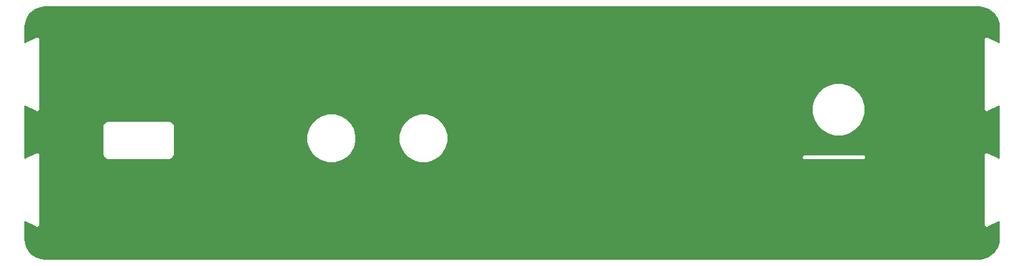
<source format=gbr>
G04 EAGLE Gerber RS-274X export*
G75*
%MOMM*%
%FSLAX34Y34*%
%LPD*%
%INTop Copper*%
%IPPOS*%
%AMOC8*
5,1,8,0,0,1.08239X$1,22.5*%
G01*
%ADD10C,4.316000*%

G36*
X1300022Y2543D02*
X1300022Y2543D01*
X1300100Y2545D01*
X1304197Y2867D01*
X1304264Y2881D01*
X1304333Y2885D01*
X1304489Y2925D01*
X1312282Y5457D01*
X1312390Y5508D01*
X1312500Y5551D01*
X1312551Y5584D01*
X1312570Y5593D01*
X1312586Y5606D01*
X1312636Y5638D01*
X1319265Y10454D01*
X1319352Y10535D01*
X1319443Y10611D01*
X1319482Y10658D01*
X1319497Y10672D01*
X1319508Y10689D01*
X1319546Y10735D01*
X1324362Y17364D01*
X1324420Y17468D01*
X1324483Y17568D01*
X1324506Y17625D01*
X1324516Y17643D01*
X1324521Y17662D01*
X1324543Y17718D01*
X1327075Y25511D01*
X1327088Y25579D01*
X1327110Y25644D01*
X1327133Y25803D01*
X1327455Y29900D01*
X1327454Y29922D01*
X1327459Y30000D01*
X1327459Y53835D01*
X1327447Y53929D01*
X1327445Y54024D01*
X1327428Y54086D01*
X1327419Y54151D01*
X1327385Y54239D01*
X1327359Y54330D01*
X1327326Y54386D01*
X1327302Y54447D01*
X1327247Y54523D01*
X1327199Y54605D01*
X1327154Y54651D01*
X1327116Y54704D01*
X1327043Y54764D01*
X1326976Y54832D01*
X1326921Y54865D01*
X1326871Y54907D01*
X1326785Y54947D01*
X1326704Y54996D01*
X1326642Y55015D01*
X1326583Y55042D01*
X1326490Y55060D01*
X1326399Y55087D01*
X1326334Y55090D01*
X1326271Y55102D01*
X1326176Y55096D01*
X1326082Y55100D01*
X1326018Y55086D01*
X1325953Y55082D01*
X1325863Y55053D01*
X1325771Y55033D01*
X1325668Y54990D01*
X1325651Y54984D01*
X1325642Y54979D01*
X1325622Y54971D01*
X1311689Y48004D01*
X1311587Y47935D01*
X1311480Y47873D01*
X1311441Y47838D01*
X1311425Y47827D01*
X1311411Y47811D01*
X1311359Y47766D01*
X1311052Y47459D01*
X1310899Y47459D01*
X1310845Y47452D01*
X1310791Y47455D01*
X1310688Y47433D01*
X1310584Y47419D01*
X1310533Y47399D01*
X1310480Y47388D01*
X1310332Y47325D01*
X1310195Y47257D01*
X1309783Y47394D01*
X1309662Y47418D01*
X1309542Y47449D01*
X1309490Y47452D01*
X1309471Y47456D01*
X1309450Y47455D01*
X1309382Y47459D01*
X1308948Y47459D01*
X1308839Y47567D01*
X1308796Y47601D01*
X1308759Y47641D01*
X1308671Y47698D01*
X1308588Y47762D01*
X1308538Y47784D01*
X1308492Y47814D01*
X1308343Y47874D01*
X1308198Y47922D01*
X1308004Y48311D01*
X1307935Y48413D01*
X1307873Y48520D01*
X1307838Y48559D01*
X1307827Y48575D01*
X1307811Y48589D01*
X1307766Y48641D01*
X1307459Y48948D01*
X1307459Y49101D01*
X1307452Y49155D01*
X1307455Y49209D01*
X1307433Y49312D01*
X1307419Y49416D01*
X1307399Y49467D01*
X1307388Y49520D01*
X1307325Y49668D01*
X1307257Y49805D01*
X1307394Y50217D01*
X1307418Y50338D01*
X1307449Y50458D01*
X1307452Y50510D01*
X1307456Y50529D01*
X1307455Y50550D01*
X1307459Y50618D01*
X1307459Y144382D01*
X1307444Y144504D01*
X1307435Y144627D01*
X1307422Y144678D01*
X1307419Y144697D01*
X1307412Y144717D01*
X1307394Y144783D01*
X1307257Y145195D01*
X1307325Y145332D01*
X1307343Y145383D01*
X1307370Y145431D01*
X1307396Y145533D01*
X1307431Y145632D01*
X1307435Y145686D01*
X1307449Y145739D01*
X1307459Y145899D01*
X1307459Y146052D01*
X1307766Y146359D01*
X1307842Y146457D01*
X1307923Y146550D01*
X1307949Y146596D01*
X1307961Y146611D01*
X1307970Y146630D01*
X1308004Y146689D01*
X1308198Y147078D01*
X1308343Y147126D01*
X1308392Y147149D01*
X1308445Y147165D01*
X1308535Y147218D01*
X1308630Y147263D01*
X1308672Y147299D01*
X1308719Y147326D01*
X1308839Y147433D01*
X1308948Y147541D01*
X1309382Y147541D01*
X1309504Y147556D01*
X1309627Y147565D01*
X1309678Y147578D01*
X1309697Y147581D01*
X1309717Y147588D01*
X1309783Y147606D01*
X1310195Y147743D01*
X1310332Y147675D01*
X1310383Y147657D01*
X1310431Y147630D01*
X1310533Y147604D01*
X1310632Y147569D01*
X1310686Y147565D01*
X1310739Y147551D01*
X1310899Y147541D01*
X1311052Y147541D01*
X1311359Y147234D01*
X1311457Y147158D01*
X1311550Y147077D01*
X1311596Y147051D01*
X1311611Y147039D01*
X1311630Y147030D01*
X1311689Y146996D01*
X1325622Y140029D01*
X1325712Y139998D01*
X1325797Y139958D01*
X1325861Y139946D01*
X1325922Y139924D01*
X1326017Y139916D01*
X1326110Y139898D01*
X1326174Y139902D01*
X1326239Y139896D01*
X1326333Y139912D01*
X1326427Y139918D01*
X1326489Y139938D01*
X1326553Y139948D01*
X1326640Y139987D01*
X1326729Y140016D01*
X1326784Y140051D01*
X1326844Y140077D01*
X1326918Y140135D01*
X1326998Y140186D01*
X1327043Y140233D01*
X1327094Y140274D01*
X1327151Y140349D01*
X1327216Y140418D01*
X1327247Y140474D01*
X1327287Y140526D01*
X1327324Y140613D01*
X1327370Y140696D01*
X1327386Y140759D01*
X1327411Y140819D01*
X1327425Y140913D01*
X1327449Y141004D01*
X1327456Y141115D01*
X1327459Y141133D01*
X1327458Y141143D01*
X1327459Y141165D01*
X1327459Y211335D01*
X1327447Y211429D01*
X1327445Y211524D01*
X1327428Y211586D01*
X1327419Y211651D01*
X1327385Y211739D01*
X1327359Y211830D01*
X1327326Y211886D01*
X1327302Y211947D01*
X1327247Y212023D01*
X1327199Y212105D01*
X1327154Y212151D01*
X1327116Y212204D01*
X1327043Y212264D01*
X1326976Y212332D01*
X1326921Y212365D01*
X1326871Y212407D01*
X1326785Y212447D01*
X1326704Y212496D01*
X1326642Y212515D01*
X1326583Y212542D01*
X1326490Y212560D01*
X1326399Y212587D01*
X1326334Y212590D01*
X1326271Y212602D01*
X1326176Y212596D01*
X1326082Y212600D01*
X1326018Y212586D01*
X1325953Y212582D01*
X1325863Y212553D01*
X1325771Y212533D01*
X1325668Y212490D01*
X1325651Y212484D01*
X1325642Y212479D01*
X1325622Y212471D01*
X1311689Y205504D01*
X1311630Y205465D01*
X1311628Y205464D01*
X1311619Y205457D01*
X1311587Y205435D01*
X1311480Y205373D01*
X1311441Y205338D01*
X1311425Y205327D01*
X1311411Y205311D01*
X1311374Y205279D01*
X1311371Y205277D01*
X1311370Y205275D01*
X1311359Y205266D01*
X1311052Y204959D01*
X1310899Y204959D01*
X1310845Y204952D01*
X1310791Y204955D01*
X1310688Y204933D01*
X1310584Y204919D01*
X1310533Y204899D01*
X1310480Y204888D01*
X1310332Y204825D01*
X1310195Y204757D01*
X1309783Y204894D01*
X1309662Y204918D01*
X1309542Y204949D01*
X1309490Y204952D01*
X1309471Y204956D01*
X1309450Y204955D01*
X1309382Y204959D01*
X1308948Y204959D01*
X1308839Y205067D01*
X1308796Y205101D01*
X1308759Y205141D01*
X1308671Y205198D01*
X1308588Y205262D01*
X1308538Y205284D01*
X1308492Y205314D01*
X1308343Y205374D01*
X1308198Y205422D01*
X1308004Y205811D01*
X1307935Y205913D01*
X1307873Y206020D01*
X1307838Y206059D01*
X1307827Y206075D01*
X1307811Y206089D01*
X1307766Y206141D01*
X1307459Y206448D01*
X1307459Y206601D01*
X1307452Y206655D01*
X1307455Y206709D01*
X1307433Y206812D01*
X1307419Y206916D01*
X1307399Y206967D01*
X1307388Y207020D01*
X1307325Y207168D01*
X1307257Y207305D01*
X1307394Y207717D01*
X1307418Y207838D01*
X1307449Y207958D01*
X1307452Y208010D01*
X1307456Y208029D01*
X1307455Y208050D01*
X1307459Y208118D01*
X1307459Y301882D01*
X1307444Y302004D01*
X1307435Y302127D01*
X1307422Y302178D01*
X1307419Y302197D01*
X1307412Y302217D01*
X1307394Y302283D01*
X1307257Y302695D01*
X1307325Y302832D01*
X1307343Y302883D01*
X1307370Y302931D01*
X1307396Y303033D01*
X1307431Y303132D01*
X1307435Y303186D01*
X1307449Y303239D01*
X1307459Y303399D01*
X1307459Y303552D01*
X1307766Y303859D01*
X1307842Y303957D01*
X1307923Y304050D01*
X1307949Y304096D01*
X1307961Y304111D01*
X1307970Y304130D01*
X1308004Y304189D01*
X1308198Y304578D01*
X1308343Y304626D01*
X1308392Y304649D01*
X1308445Y304665D01*
X1308535Y304718D01*
X1308630Y304763D01*
X1308672Y304798D01*
X1308719Y304826D01*
X1308839Y304933D01*
X1308948Y305041D01*
X1309382Y305041D01*
X1309504Y305056D01*
X1309627Y305065D01*
X1309678Y305078D01*
X1309697Y305081D01*
X1309717Y305088D01*
X1309783Y305106D01*
X1310195Y305243D01*
X1310332Y305175D01*
X1310383Y305157D01*
X1310431Y305130D01*
X1310533Y305104D01*
X1310632Y305069D01*
X1310686Y305065D01*
X1310739Y305051D01*
X1310899Y305041D01*
X1311052Y305041D01*
X1311359Y304734D01*
X1311457Y304658D01*
X1311550Y304577D01*
X1311596Y304551D01*
X1311611Y304539D01*
X1311630Y304530D01*
X1311689Y304496D01*
X1325622Y297529D01*
X1325712Y297498D01*
X1325797Y297458D01*
X1325861Y297446D01*
X1325922Y297424D01*
X1326017Y297416D01*
X1326110Y297398D01*
X1326174Y297402D01*
X1326239Y297396D01*
X1326333Y297412D01*
X1326427Y297418D01*
X1326489Y297438D01*
X1326553Y297448D01*
X1326640Y297487D01*
X1326729Y297516D01*
X1326784Y297551D01*
X1326844Y297577D01*
X1326918Y297635D01*
X1326998Y297686D01*
X1327043Y297733D01*
X1327094Y297774D01*
X1327151Y297849D01*
X1327216Y297918D01*
X1327247Y297974D01*
X1327287Y298026D01*
X1327324Y298113D01*
X1327370Y298196D01*
X1327386Y298259D01*
X1327411Y298319D01*
X1327425Y298413D01*
X1327449Y298504D01*
X1327456Y298615D01*
X1327459Y298633D01*
X1327458Y298643D01*
X1327459Y298665D01*
X1327459Y320000D01*
X1327457Y320022D01*
X1327455Y320100D01*
X1327133Y324197D01*
X1327119Y324264D01*
X1327115Y324333D01*
X1327075Y324489D01*
X1324543Y332282D01*
X1324492Y332390D01*
X1324449Y332500D01*
X1324416Y332551D01*
X1324407Y332570D01*
X1324394Y332586D01*
X1324362Y332636D01*
X1319546Y339265D01*
X1319465Y339352D01*
X1319389Y339443D01*
X1319342Y339482D01*
X1319328Y339497D01*
X1319311Y339508D01*
X1319265Y339546D01*
X1312636Y344362D01*
X1312532Y344420D01*
X1312432Y344483D01*
X1312375Y344506D01*
X1312357Y344516D01*
X1312338Y344521D01*
X1312282Y344543D01*
X1304489Y347075D01*
X1304421Y347088D01*
X1304356Y347110D01*
X1304197Y347133D01*
X1300100Y347455D01*
X1300078Y347454D01*
X1300000Y347459D01*
X30000Y347459D01*
X29978Y347457D01*
X29900Y347455D01*
X25803Y347133D01*
X25736Y347119D01*
X25667Y347115D01*
X25511Y347075D01*
X17718Y344543D01*
X17610Y344492D01*
X17500Y344449D01*
X17449Y344416D01*
X17430Y344407D01*
X17414Y344394D01*
X17364Y344362D01*
X10735Y339546D01*
X10648Y339465D01*
X10557Y339389D01*
X10518Y339342D01*
X10503Y339328D01*
X10492Y339311D01*
X10454Y339265D01*
X5638Y332636D01*
X5580Y332532D01*
X5517Y332432D01*
X5494Y332375D01*
X5484Y332357D01*
X5479Y332338D01*
X5457Y332282D01*
X2925Y324489D01*
X2912Y324421D01*
X2890Y324356D01*
X2867Y324197D01*
X2545Y320100D01*
X2546Y320078D01*
X2541Y320000D01*
X2541Y298665D01*
X2553Y298571D01*
X2555Y298476D01*
X2572Y298414D01*
X2581Y298349D01*
X2615Y298261D01*
X2641Y298170D01*
X2674Y298114D01*
X2698Y298053D01*
X2753Y297977D01*
X2801Y297895D01*
X2846Y297849D01*
X2884Y297796D01*
X2957Y297736D01*
X3024Y297668D01*
X3079Y297635D01*
X3129Y297593D01*
X3215Y297553D01*
X3296Y297504D01*
X3358Y297485D01*
X3417Y297458D01*
X3510Y297440D01*
X3601Y297413D01*
X3666Y297410D01*
X3729Y297398D01*
X3824Y297404D01*
X3918Y297400D01*
X3982Y297414D01*
X4047Y297418D01*
X4137Y297447D01*
X4229Y297467D01*
X4332Y297510D01*
X4349Y297516D01*
X4358Y297521D01*
X4378Y297529D01*
X18311Y304496D01*
X18413Y304565D01*
X18520Y304627D01*
X18559Y304662D01*
X18575Y304673D01*
X18589Y304689D01*
X18641Y304734D01*
X18948Y305041D01*
X19101Y305041D01*
X19155Y305048D01*
X19209Y305045D01*
X19312Y305067D01*
X19416Y305081D01*
X19467Y305101D01*
X19520Y305112D01*
X19668Y305175D01*
X19805Y305243D01*
X20217Y305106D01*
X20338Y305082D01*
X20458Y305051D01*
X20510Y305048D01*
X20529Y305044D01*
X20550Y305045D01*
X20618Y305041D01*
X21052Y305041D01*
X21161Y304933D01*
X21204Y304899D01*
X21241Y304859D01*
X21329Y304802D01*
X21412Y304738D01*
X21462Y304716D01*
X21508Y304686D01*
X21657Y304626D01*
X21802Y304578D01*
X21996Y304189D01*
X22064Y304087D01*
X22127Y303980D01*
X22162Y303941D01*
X22173Y303925D01*
X22189Y303911D01*
X22234Y303859D01*
X22541Y303552D01*
X22541Y303399D01*
X22548Y303345D01*
X22545Y303291D01*
X22567Y303188D01*
X22581Y303084D01*
X22601Y303033D01*
X22612Y302980D01*
X22675Y302832D01*
X22743Y302695D01*
X22606Y302283D01*
X22582Y302162D01*
X22551Y302042D01*
X22548Y301990D01*
X22544Y301971D01*
X22545Y301950D01*
X22541Y301882D01*
X22541Y208118D01*
X22556Y207996D01*
X22565Y207873D01*
X22578Y207822D01*
X22581Y207803D01*
X22588Y207783D01*
X22606Y207717D01*
X22743Y207305D01*
X22675Y207168D01*
X22657Y207117D01*
X22630Y207069D01*
X22604Y206968D01*
X22569Y206868D01*
X22565Y206814D01*
X22551Y206761D01*
X22541Y206601D01*
X22541Y206448D01*
X22234Y206141D01*
X22158Y206043D01*
X22077Y205950D01*
X22050Y205904D01*
X22039Y205889D01*
X22030Y205870D01*
X21996Y205811D01*
X21802Y205422D01*
X21657Y205374D01*
X21608Y205351D01*
X21555Y205335D01*
X21465Y205282D01*
X21370Y205237D01*
X21328Y205202D01*
X21281Y205174D01*
X21161Y205067D01*
X21052Y204959D01*
X20618Y204959D01*
X20496Y204944D01*
X20373Y204935D01*
X20322Y204922D01*
X20303Y204919D01*
X20283Y204912D01*
X20217Y204894D01*
X19805Y204757D01*
X19668Y204825D01*
X19617Y204843D01*
X19569Y204870D01*
X19468Y204896D01*
X19368Y204931D01*
X19314Y204935D01*
X19261Y204949D01*
X19101Y204959D01*
X18948Y204959D01*
X18641Y205266D01*
X18556Y205332D01*
X18507Y205378D01*
X18493Y205386D01*
X18450Y205423D01*
X18404Y205449D01*
X18389Y205461D01*
X18370Y205470D01*
X18311Y205504D01*
X4378Y212471D01*
X4288Y212502D01*
X4203Y212542D01*
X4139Y212554D01*
X4078Y212576D01*
X3983Y212584D01*
X3890Y212602D01*
X3826Y212598D01*
X3761Y212604D01*
X3667Y212588D01*
X3573Y212582D01*
X3511Y212562D01*
X3447Y212552D01*
X3360Y212513D01*
X3271Y212484D01*
X3216Y212449D01*
X3156Y212423D01*
X3082Y212365D01*
X3002Y212314D01*
X2957Y212267D01*
X2906Y212226D01*
X2849Y212151D01*
X2784Y212082D01*
X2753Y212026D01*
X2713Y211974D01*
X2676Y211886D01*
X2630Y211804D01*
X2614Y211741D01*
X2589Y211681D01*
X2575Y211587D01*
X2551Y211496D01*
X2544Y211385D01*
X2541Y211367D01*
X2542Y211357D01*
X2541Y211335D01*
X2541Y141165D01*
X2553Y141071D01*
X2555Y140976D01*
X2572Y140914D01*
X2581Y140849D01*
X2615Y140761D01*
X2641Y140670D01*
X2674Y140614D01*
X2698Y140553D01*
X2753Y140477D01*
X2801Y140395D01*
X2846Y140349D01*
X2884Y140296D01*
X2957Y140236D01*
X3024Y140168D01*
X3079Y140135D01*
X3129Y140093D01*
X3215Y140053D01*
X3296Y140004D01*
X3358Y139985D01*
X3417Y139958D01*
X3510Y139940D01*
X3601Y139913D01*
X3666Y139910D01*
X3729Y139898D01*
X3824Y139904D01*
X3918Y139900D01*
X3982Y139914D01*
X4047Y139918D01*
X4137Y139947D01*
X4229Y139967D01*
X4332Y140010D01*
X4349Y140016D01*
X4358Y140021D01*
X4378Y140029D01*
X18311Y146996D01*
X18413Y147065D01*
X18520Y147127D01*
X18559Y147162D01*
X18575Y147173D01*
X18589Y147189D01*
X18641Y147234D01*
X18948Y147541D01*
X19101Y147541D01*
X19155Y147548D01*
X19209Y147545D01*
X19312Y147567D01*
X19416Y147581D01*
X19467Y147601D01*
X19520Y147612D01*
X19668Y147675D01*
X19805Y147743D01*
X20217Y147606D01*
X20338Y147582D01*
X20458Y147551D01*
X20510Y147548D01*
X20529Y147544D01*
X20550Y147545D01*
X20618Y147541D01*
X21052Y147541D01*
X21161Y147433D01*
X21204Y147399D01*
X21241Y147359D01*
X21329Y147302D01*
X21412Y147238D01*
X21462Y147216D01*
X21508Y147186D01*
X21657Y147126D01*
X21802Y147078D01*
X21996Y146689D01*
X22065Y146587D01*
X22127Y146480D01*
X22162Y146441D01*
X22173Y146425D01*
X22189Y146411D01*
X22234Y146359D01*
X22541Y146052D01*
X22541Y145899D01*
X22548Y145845D01*
X22545Y145791D01*
X22567Y145688D01*
X22581Y145584D01*
X22601Y145533D01*
X22612Y145480D01*
X22675Y145332D01*
X22743Y145195D01*
X22606Y144783D01*
X22582Y144662D01*
X22551Y144542D01*
X22548Y144490D01*
X22544Y144471D01*
X22545Y144450D01*
X22541Y144382D01*
X22541Y50618D01*
X22556Y50496D01*
X22565Y50373D01*
X22578Y50322D01*
X22581Y50303D01*
X22588Y50283D01*
X22606Y50217D01*
X22743Y49805D01*
X22675Y49668D01*
X22657Y49617D01*
X22630Y49569D01*
X22604Y49468D01*
X22569Y49368D01*
X22565Y49314D01*
X22551Y49261D01*
X22541Y49101D01*
X22541Y48948D01*
X22234Y48641D01*
X22158Y48543D01*
X22077Y48450D01*
X22050Y48404D01*
X22039Y48389D01*
X22030Y48370D01*
X21996Y48311D01*
X21802Y47922D01*
X21657Y47874D01*
X21608Y47851D01*
X21555Y47835D01*
X21465Y47782D01*
X21370Y47737D01*
X21328Y47702D01*
X21281Y47674D01*
X21161Y47567D01*
X21052Y47459D01*
X20618Y47459D01*
X20496Y47444D01*
X20373Y47435D01*
X20322Y47422D01*
X20303Y47419D01*
X20283Y47412D01*
X20217Y47394D01*
X19805Y47257D01*
X19668Y47325D01*
X19617Y47343D01*
X19569Y47370D01*
X19468Y47396D01*
X19368Y47431D01*
X19314Y47435D01*
X19261Y47449D01*
X19101Y47459D01*
X18948Y47459D01*
X18641Y47766D01*
X18543Y47842D01*
X18450Y47923D01*
X18404Y47949D01*
X18389Y47961D01*
X18370Y47970D01*
X18311Y48004D01*
X4378Y54971D01*
X4288Y55002D01*
X4203Y55042D01*
X4139Y55054D01*
X4078Y55076D01*
X3983Y55084D01*
X3890Y55102D01*
X3826Y55098D01*
X3761Y55104D01*
X3667Y55088D01*
X3573Y55082D01*
X3511Y55062D01*
X3447Y55052D01*
X3360Y55013D01*
X3271Y54984D01*
X3216Y54949D01*
X3156Y54923D01*
X3082Y54865D01*
X3002Y54814D01*
X2957Y54767D01*
X2906Y54726D01*
X2849Y54651D01*
X2784Y54582D01*
X2753Y54526D01*
X2713Y54474D01*
X2676Y54387D01*
X2630Y54304D01*
X2614Y54241D01*
X2589Y54181D01*
X2575Y54087D01*
X2551Y53996D01*
X2544Y53885D01*
X2541Y53867D01*
X2542Y53857D01*
X2541Y53835D01*
X2541Y30000D01*
X2543Y29978D01*
X2545Y29900D01*
X2867Y25803D01*
X2881Y25736D01*
X2885Y25667D01*
X2925Y25511D01*
X5457Y17718D01*
X5508Y17610D01*
X5551Y17500D01*
X5584Y17449D01*
X5593Y17430D01*
X5606Y17414D01*
X5638Y17364D01*
X10454Y10735D01*
X10535Y10648D01*
X10611Y10557D01*
X10658Y10518D01*
X10672Y10503D01*
X10689Y10492D01*
X10735Y10454D01*
X10810Y10399D01*
X17364Y5638D01*
X17468Y5580D01*
X17568Y5517D01*
X17625Y5494D01*
X17643Y5484D01*
X17662Y5479D01*
X17718Y5457D01*
X25511Y2925D01*
X25579Y2912D01*
X25644Y2890D01*
X25803Y2867D01*
X29900Y2545D01*
X29922Y2546D01*
X30000Y2541D01*
X1300000Y2541D01*
X1300022Y2543D01*
G37*
%LPC*%
G36*
X115679Y139559D02*
X115679Y139559D01*
X112180Y141580D01*
X110159Y145079D01*
X110159Y185121D01*
X112180Y188620D01*
X115679Y190641D01*
X199721Y190641D01*
X203220Y188620D01*
X205241Y185121D01*
X205241Y145079D01*
X203220Y141580D01*
X199721Y139559D01*
X115679Y139559D01*
G37*
%LPD*%
%LPC*%
G36*
X1104187Y171959D02*
X1104187Y171959D01*
X1095275Y174347D01*
X1087284Y178960D01*
X1080760Y185484D01*
X1076147Y193475D01*
X1073759Y202387D01*
X1073759Y211613D01*
X1076147Y220525D01*
X1080760Y228516D01*
X1087284Y235040D01*
X1095275Y239653D01*
X1104187Y242041D01*
X1113413Y242041D01*
X1122325Y239653D01*
X1130316Y235040D01*
X1136840Y228516D01*
X1141453Y220525D01*
X1143841Y211613D01*
X1143841Y202387D01*
X1141453Y193475D01*
X1136840Y185484D01*
X1130316Y178960D01*
X1122325Y174347D01*
X1113413Y171959D01*
X1104187Y171959D01*
G37*
%LPD*%
%LPC*%
G36*
X540480Y135259D02*
X540480Y135259D01*
X532204Y137477D01*
X524783Y141761D01*
X518725Y147819D01*
X514441Y155240D01*
X512223Y163516D01*
X512223Y172084D01*
X514441Y180360D01*
X518725Y187781D01*
X524783Y193839D01*
X532204Y198123D01*
X540480Y200341D01*
X549048Y200341D01*
X557324Y198123D01*
X564745Y193839D01*
X570803Y187781D01*
X575087Y180360D01*
X577305Y172084D01*
X577305Y163516D01*
X575087Y155240D01*
X570803Y147819D01*
X564745Y141761D01*
X557324Y137477D01*
X549048Y135259D01*
X540480Y135259D01*
G37*
%LPD*%
%LPC*%
G36*
X415480Y135259D02*
X415480Y135259D01*
X407204Y137477D01*
X399783Y141761D01*
X393725Y147819D01*
X389441Y155240D01*
X387223Y163516D01*
X387223Y172084D01*
X389441Y180360D01*
X393725Y187781D01*
X399783Y193839D01*
X407204Y198123D01*
X415480Y200341D01*
X424048Y200341D01*
X432324Y198123D01*
X439745Y193839D01*
X445803Y187781D01*
X450087Y180360D01*
X452305Y172084D01*
X452305Y163516D01*
X450087Y155240D01*
X445803Y147819D01*
X439745Y141761D01*
X432324Y137477D01*
X424048Y135259D01*
X415480Y135259D01*
G37*
%LPD*%
%LPC*%
G36*
X1061348Y139559D02*
X1061348Y139559D01*
X1059859Y141048D01*
X1059859Y143152D01*
X1061348Y144641D01*
X1143452Y144641D01*
X1144941Y143152D01*
X1144941Y141048D01*
X1143452Y139559D01*
X1061348Y139559D01*
G37*
%LPD*%
D10*
X59210Y306600D03*
X59210Y56700D03*
X1269210Y56700D03*
X1269210Y306600D03*
M02*

</source>
